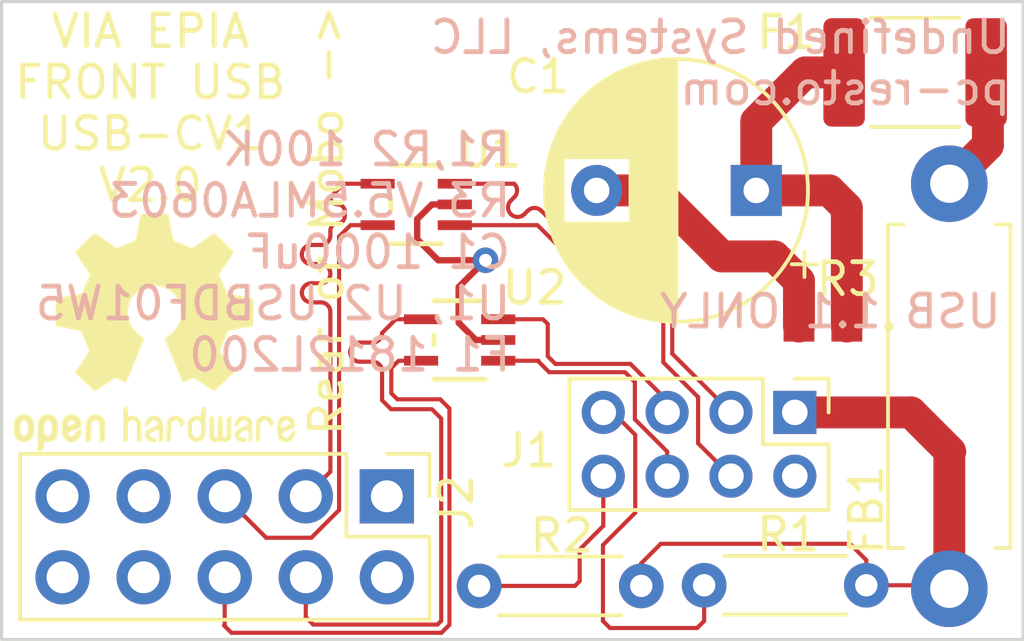
<source format=kicad_pcb>
(kicad_pcb (version 20221018) (generator pcbnew)
  (layers (0 "F.Cu" signal) (1 "In1.Cu" power "GND") (2 "In2.Cu" power "VBUS") (31 "B.Cu" signal) (34 "B.Paste" user) (35 "F.Paste" user) (36 "B.SilkS" user "B.Silkscreen") (37 "F.SilkS" user "F.Silkscreen") (38 "B.Mask" user) (39 "F.Mask" user) (44 "Edge.Cuts" user))
  (net 0 "")
  (net 1 "GND")
  (net 2 "Net-(F1-Pad2)")
  (net 3 "+5V")
  (net 4 "/D2- IN")
  (net 5 "/D2+ IN")
  (net 6 "/D3- IN")
  (net 7 "/D3+ IN")
  (net 8 "/OC2")
  (net 9 "/OC3")
  (net 10 "/D2- OUT")
  (net 11 "/D3- OUT")
  (net 12 "/D2+ OUT")
  (net 13 "/D3+ OUT")
  (net 16 "/VBUS")
  (footprint "varistor:VRES_MLA-0603_LTF" (layer "F.Cu") (at 135.73 80.19 180)
    (fp_text reference "R3" (at -0.77 1.49 unlocked) (layer "F.SilkS"))
    (fp_text value "V5.5MLA0603NH" hide)
    (pad "1" smd rect (at -0.7493 0 180) (size 0.9652 0.9398) (layers "F.Cu" "F.Paste" "F.Mask") (net 16 "/VBUS"))
    (pad "2" smd rect (at 0.7493 0 180) (size 0.9652 0.9398) (layers "F.Cu" "F.Paste" "F.Mask") (net 1 "GND"))
  )
  (footprint "Connector_PinHeader_2.54mm:PinHeader_2x05_P2.54mm_Vertical" (layer "F.Cu") (at 122.07 85.51 -90)
    (fp_text reference "J2" (at 0.19 -2.17 90) (layer "F.SilkS"))
    (fp_text value "FRONT PANEL" hide)
    (pad "1" thru_hole rect (at 0 0 270) (size 1.7 1.7) (drill 1) (layers "*.Cu" "*.Mask") (net 16 "/VBUS"))
    (pad "2" thru_hole oval (at 2.54 0 270) (size 1.7 1.7) (drill 1) (layers "*.Cu" "*.Mask") (net 16 "/VBUS"))
    (pad "3" thru_hole oval (at 0 2.54 270) (size 1.7 1.7) (drill 1) (layers "*.Cu" "*.Mask") (net 10 "/D2- OUT"))
    (pad "4" thru_hole oval (at 2.54 2.54 270) (size 1.7 1.7) (drill 1) (layers "*.Cu" "*.Mask") (net 11 "/D3- OUT"))
    (pad "5" thru_hole oval (at 0 5.08 270) (size 1.7 1.7) (drill 1) (layers "*.Cu" "*.Mask") (net 12 "/D2+ OUT"))
    (pad "6" thru_hole oval (at 2.54 5.08 270) (size 1.7 1.7) (drill 1) (layers "*.Cu" "*.Mask") (net 13 "/D3+ OUT"))
    (pad "7" thru_hole oval (at 0 7.62 270) (size 1.7 1.7) (drill 1) (layers "*.Cu" "*.Mask") (net 1 "GND"))
    (pad "8" thru_hole oval (at 2.54 7.62 270) (size 1.7 1.7) (drill 1) (layers "*.Cu" "*.Mask") (net 1 "GND"))
    (pad "9" thru_hole oval (at 0 10.16 270) (size 1.7 1.7) (drill 1) (layers "*.Cu" "*.Mask"))
    (pad "10" thru_hole oval (at 2.54 10.16 270) (size 1.7 1.7) (drill 1) (layers "*.Cu" "*.Mask"))
  )
  (footprint "footprints:SOT323-5L_STM-M" (layer "F.Cu") (at 124.35 80.61 180)
    (fp_text reference "U2" (at -2.35 1.64 unlocked) (layer "F.SilkS"))
    (fp_text value "USBDF01W5" hide)
    (pad "1" smd rect (at -1.208451 -0.649999 180) (size 1.070699 0.3048) (layers "F.Cu" "F.Paste" "F.Mask") (net 7 "/D3+ IN"))
    (pad "2" smd rect (at -1.208451 0 180) (size 1.070699 0.3048) (layers "F.Cu" "F.Paste" "F.Mask") (net 1 "GND"))
    (pad "3" smd rect (at -1.208451 0.649999 180) (size 1.070699 0.3048) (layers "F.Cu" "F.Paste" "F.Mask") (net 6 "/D3- IN"))
    (pad "4" smd rect (at 1.208451 0.649999 180) (size 1.070699 0.3048) (layers "F.Cu" "F.Paste" "F.Mask") (net 11 "/D3- OUT"))
    (pad "5" smd rect (at 1.208451 -0.649999 180) (size 1.070699 0.3048) (layers "F.Cu" "F.Paste" "F.Mask") (net 13 "/D3+ OUT"))
  )
  (footprint "Resistor_THT:R_Axial_DIN0204_L3.6mm_D1.6mm_P5.08mm_Horizontal" (layer "F.Cu") (at 124.96 88.32)
    (fp_text reference "R2" (at 2.59 -1.57) (layer "F.SilkS"))
    (fp_text value "100K" hide)
    (pad "1" thru_hole circle (at 0 0) (size 1.4 1.4) (drill 0.7) (layers "*.Cu" "*.Mask") (net 9 "/OC3"))
    (pad "2" thru_hole oval (at 5.08 0) (size 1.4 1.4) (drill 0.7) (layers "*.Cu" "*.Mask") (net 3 "+5V"))
  )
  (footprint "Resistor_SMD:R_1812_4532Metric_Pad1.30x3.40mm_HandSolder" (layer "F.Cu") (at 138.62 72.22)
    (fp_text reference "F1" (at -4.05 -1.26) (layer "F.SilkS"))
    (fp_text value "2.5A" hide)
    (pad "1" smd roundrect (at -2.225 0) (size 1.3 3.4) (layers "F.Cu" "F.Paste" "F.Mask") (roundrect_rratio 0.1923076923) (net 16 "/VBUS"))
    (pad "2" smd roundrect (at 2.225 0) (size 1.3 3.4) (layers "F.Cu" "F.Paste" "F.Mask") (roundrect_rratio 0.1923076923) (net 2 "Net-(F1-Pad2)"))
  )
  (footprint "Symbol:OSHW-Logo2_9.8x8mm_SilkScreen" (layer "F.Cu") (at 114.79 80.37)
    (fp_text reference "REF**" hide)
    (fp_text value "OSHW-Logo2_9.8x8mm_SilkScreen" hide)
  )
  (footprint "Connector_PinHeader_2.00mm:PinHeader_2x04_P2.00mm_Vertical" (layer "F.Cu") (at 134.85 82.88 -90)
    (fp_text reference "J1" (at 1.2 8.33 -180) (layer "F.SilkS"))
    (fp_text value "Motherboard" hide)
    (pad "1" thru_hole rect (at 0 0 270) (size 1.35 1.35) (drill 0.8) (layers "*.Cu" "*.Mask") (net 3 "+5V"))
    (pad "2" thru_hole oval (at 2 0 270) (size 1.35 1.35) (drill 0.8) (layers "*.Cu" "*.Mask") (net 1 "GND"))
    (pad "3" thru_hole oval (at 0 2 270) (size 1.35 1.35) (drill 0.8) (layers "*.Cu" "*.Mask") (net 4 "/D2- IN"))
    (pad "4" thru_hole oval (at 2 2 270) (size 1.35 1.35) (drill 0.8) (layers "*.Cu" "*.Mask") (net 5 "/D2+ IN"))
    (pad "5" thru_hole oval (at 0 4 270) (size 1.35 1.35) (drill 0.8) (layers "*.Cu" "*.Mask") (net 6 "/D3- IN"))
    (pad "6" thru_hole oval (at 2 4 270) (size 1.35 1.35) (drill 0.8) (layers "*.Cu" "*.Mask") (net 7 "/D3+ IN"))
    (pad "7" thru_hole oval (at 0 6 270) (size 1.35 1.35) (drill 0.8) (layers "*.Cu" "*.Mask") (net 8 "/OC2"))
    (pad "8" thru_hole oval (at 2 6 270) (size 1.35 1.35) (drill 0.8) (layers "*.Cu" "*.Mask") (net 9 "/OC3"))
  )
  (footprint "Capacitor_THT:CP_Radial_D8.0mm_P5.00mm" (layer "F.Cu") (at 133.642651 75.92 180)
    (fp_text reference "C1" (at 6.832651 3.57) (layer "F.SilkS"))
    (fp_text value "1000uF" hide)
    (pad "1" thru_hole rect (at 0 0 180) (size 1.6 1.6) (drill 0.8) (layers "*.Cu" "*.Mask") (net 16 "/VBUS"))
    (pad "2" thru_hole circle (at 5 0 180) (size 1.6 1.6) (drill 0.8) (layers "*.Cu" "*.Mask") (net 1 "GND"))
  )
  (footprint "footprints:SOT323-5L_STM-M" (layer "F.Cu") (at 122.99 76.36 180)
    (fp_text reference "U1" (at -2.3 1.68 unlocked) (layer "F.SilkS"))
    (fp_text value "USBDF01W5" hide)
    (pad "1" smd rect (at -1.208451 -0.649999 180) (size 1.070699 0.3048) (layers "F.Cu" "F.Paste" "F.Mask") (net 5 "/D2+ IN"))
    (pad "2" smd rect (at -1.208451 0 180) (size 1.070699 0.3048) (layers "F.Cu" "F.Paste" "F.Mask") (net 1 "GND"))
    (pad "3" smd rect (at -1.208451 0.649999 180) (size 1.070699 0.3048) (layers "F.Cu" "F.Paste" "F.Mask") (net 4 "/D2- IN"))
    (pad "4" smd rect (at 1.208451 0.649999 180) (size 1.070699 0.3048) (layers "F.Cu" "F.Paste" "F.Mask") (net 10 "/D2- OUT"))
    (pad "5" smd rect (at 1.208451 -0.649999 180) (size 1.070699 0.3048) (layers "F.Cu" "F.Paste" "F.Mask") (net 12 "/D2+ OUT"))
  )
  (footprint "Resistor_THT:R_Axial_DIN0204_L3.6mm_D1.6mm_P5.08mm_Horizontal" (layer "F.Cu") (at 137.09 88.3 180)
    (fp_text reference "R1" (at 2.45 1.59) (layer "F.SilkS"))
    (fp_text value "100K" hide)
    (pad "1" thru_hole circle (at 0 0 180) (size 1.4 1.4) (drill 0.7) (layers "*.Cu" "*.Mask") (net 3 "+5V"))
    (pad "2" thru_hole oval (at 5.08 0 180) (size 1.4 1.4) (drill 0.7) (layers "*.Cu" "*.Mask") (net 8 "/OC2"))
  )
  (footprint "Resistor_THT:R_Axial_DIN0411_L9.9mm_D3.6mm_P12.70mm_Horizontal" (layer "F.Cu") (at 139.69 88.41 90)
    (fp_text reference "FB1" (at 2.47 -2.59 90) (layer "F.SilkS"))
    (fp_text value "~" hide)
    (pad "1" thru_hole circle (at 0 0 90) (size 2.4 2.4) (drill 1.2) (layers "*.Cu" "*.Mask") (net 3 "+5V"))
    (pad "2" thru_hole oval (at 12.7 0 90) (size 2.4 2.4) (drill 1.2) (layers "*.Cu" "*.Mask") (net 2 "Net-(F1-Pad2)"))
  )
  (gr_rect (start 110 70) (end 142 90) (stroke (width 0.1)) (fill none) (layer "Edge.Cuts"))
  (gr_text "R1,R2 100K\nR3 V5.5MLA0603\nC1 1000uF\nU1, U2 USBDF01W5\nF1 1812L200" (at 126.03 81.66) (layer "B.SilkS") (effects (font (size 1 1)) (justify left bottom mirror)))
  (gr_text "Undefined Systems, LLC\npc-resto.com" (at 141.69 73.31) (layer "B.SilkS") (effects (font (size 1 1)) (justify left bottom mirror)))
  (gr_text "USB 1.1 ONLY" (at 141.4 80.3) (layer "B.SilkS") (effects (font (size 1 1)) (justify left bottom mirror)))
  (gr_text "Rear of Mobo ->" (at 120.77 83.69 90) (layer "F.SilkS") (effects (font (size 1 1)) (justify left bottom)))
  (gr_text "VIA EPIA\nFRONT USB\nUSB-CV1\nV2.0" (at 114.66 76.34) (layer "F.SilkS") (effects (font (size 1 1)) (justify bottom)))
  (segment (start 124.86 80.61) (end 125.558451 80.61) (width 0.2) (layer "F.Cu") (net 1))
  (segment (start 134.9807 80.19) (end 134.9807 78.7607) (width 1) (layer "F.Cu") (net 1))
  (segment (start 124.32 78.95) (end 124.32 80.07) (width 0.2) (layer "F.Cu") (net 1))
  (segment (start 123.48 76.36) (end 124.198451 76.36) (width 0.2) (layer "F.Cu") (net 1))
  (segment (start 123.68 78.11) (end 123.02 77.45) (width 0.2) (layer "F.Cu") (net 1))
  (segment (start 130.48 75.91) (end 130.47 75.92) (width 0.25) (layer "F.Cu") (net 1))
  (segment (start 125.16 78.11) (end 124.32 78.95) (width 0.2) (layer "F.Cu") (net 1))
  (segment (start 134.21 77.99) (end 132.56 77.99) (width 1) (layer "F.Cu") (net 1))
  (segment (start 123.02 76.82) (end 123.48 76.36) (width 0.2) (layer "F.Cu") (net 1))
  (segment (start 132.56 77.99) (end 130.48 75.91) (width 1) (layer "F.Cu") (net 1))
  (segment (start 130.47 75.92) (end 128.642651 75.92) (width 1) (layer "F.Cu") (net 1))
  (segment (start 125.16 78.11) (end 123.68 78.11) (width 0.2) (layer "F.Cu") (net 1))
  (segment (start 134.9807 78.7607) (end 134.21 77.99) (width 1) (layer "F.Cu") (net 1))
  (segment (start 125.528451 80.64) (end 125.558451 80.61) (width 0.13) (layer "F.Cu") (net 1))
  (segment (start 124.32 80.07) (end 124.86 80.61) (width 0.2) (layer "F.Cu") (net 1))
  (segment (start 123.02 77.45) (end 123.02 76.82) (width 0.2) (layer "F.Cu") (net 1))
  (via (at 125.16 78.11) (size 0.8) (drill 0.4) (layers "F.Cu" "B.Cu") (net 1))
  (segment (start 140.9 74.5) (end 140.9 72.275) (width 1) (layer "F.Cu") (net 2))
  (segment (start 139.69 75.71) (end 139.69 74.88) (width 0.25) (layer "F.Cu") (net 2))
  (segment (start 139.69 75.71) (end 140.9 74.5) (width 1) (layer "F.Cu") (net 2))
  (segment (start 140.9 72.275) (end 140.845 72.22) (width 0.25) (layer "F.Cu") (net 2))
  (segment (start 136.58 87) (end 137.09 87.51) (width 0.13) (layer "F.Cu") (net 3))
  (segment (start 134.85 82.88) (end 138.49 82.88) (width 1) (layer "F.Cu") (net 3))
  (segment (start 136.58 87) (end 130.65 87) (width 0.13) (layer "F.Cu") (net 3))
  (segment (start 137.09 88.3) (end 139.58 88.3) (width 0.13) (layer "F.Cu") (net 3))
  (segment (start 139.58 88.3) (end 139.69 88.41) (width 0.13) (layer "F.Cu") (net 3))
  (segment (start 139.69 84.14) (end 139.69 88.41) (width 1) (layer "F.Cu") (net 3))
  (segment (start 130.65 87) (end 130.04 87.61) (width 0.13) (layer "F.Cu") (net 3))
  (segment (start 130.04 88.32) (end 130.04 87.61) (width 0.13) (layer "F.Cu") (net 3))
  (segment (start 139.72 84.11) (end 139.69 84.14) (width 0.25) (layer "F.Cu") (net 3))
  (segment (start 138.49 82.88) (end 139.72 84.11) (width 1) (layer "F.Cu") (net 3))
  (segment (start 137.09 87.51) (end 137.09 88.3) (width 0.13) (layer "F.Cu") (net 3))
  (segment (start 126.060001 76.134265) (end 125.953934 76.240331) (width 0.13) (layer "F.Cu") (net 4))
  (segment (start 129.87 77.5) (end 131.01 78.64) (width 0.13) (layer "F.Cu") (net 4))
  (segment (start 127.85 77.5) (end 129.87 77.5) (width 0.13) (layer "F.Cu") (net 4))
  (segment (start 131.01 81.04) (end 132.85 82.88) (width 0.13) (layer "F.Cu") (net 4))
  (segment (start 126.908529 76.558529) (end 126.908528 76.558528) (width 0.13) (layer "F.Cu") (net 4))
  (segment (start 131.01 78.64) (end 131.01 81.04) (width 0.13) (layer "F.Cu") (net 4))
  (segment (start 126.378198 76.664595) (end 126.484264 76.558528) (width 0.13) (layer "F.Cu") (net 4))
  (segment (start 126.908528 76.558528) (end 127.85 77.5) (width 0.13) (layer "F.Cu") (net 4))
  (segment (start 126.06 76.134266) (end 126.060001 76.134265) (width 0.13) (layer "F.Cu") (net 4))
  (segment (start 126.378199 76.664594) (end 126.378198 76.664595) (width 0.13) (layer "F.Cu") (net 4))
  (segment (start 125.953935 76.664596) (end 125.953934 76.664595) (width 0.13) (layer "F.Cu") (net 4))
  (segment (start 124.198451 75.710001) (end 126.060001 75.710001) (width 0.13) (layer "F.Cu") (net 4))
  (arc (start 126.484264 76.558528) (mid 126.696397 76.47066) (end 126.908529 76.558529) (width 0.13) (layer "F.Cu") (net 4))
  (arc (start 125.953934 76.240331) (mid 125.866066 76.452464) (end 125.953935 76.664596) (width 0.13) (layer "F.Cu") (net 4))
  (arc (start 125.953934 76.664595) (mid 126.166067 76.752463) (end 126.378199 76.664594) (width 0.13) (layer "F.Cu") (net 4))
  (arc (start 126.060001 75.710001) (mid 126.147869 75.922134) (end 126.06 76.134266) (width 0.13) (layer "F.Cu") (net 4))
  (segment (start 127.538 77.758) (end 126.789999 77.009999) (width 0.13) (layer "F.Cu") (net 5))
  (segment (start 129.658 77.758) (end 127.538 77.758) (width 0.13) (layer "F.Cu") (net 5))
  (segment (start 131.82 82.4) (end 130.73 81.31) (width 0.13) (layer "F.Cu") (net 5))
  (segment (start 131.82 83.85) (end 131.82 82.4) (width 0.13) (layer "F.Cu") (net 5))
  (segment (start 126.789999 77.009999) (end 124.198451 77.009999) (width 0.13) (layer "F.Cu") (net 5))
  (segment (start 130.73 81.31) (end 130.73 78.83) (width 0.13) (layer "F.Cu") (net 5))
  (segment (start 130.73 78.83) (end 129.658 77.758) (width 0.13) (layer "F.Cu") (net 5))
  (segment (start 132.85 84.88) (end 131.82 83.85) (width 0.13) (layer "F.Cu") (net 5))
  (segment (start 127.11 80.11) (end 126.96 79.96) (width 0.13) (layer "F.Cu") (net 6))
  (segment (start 127.11 81.12) (end 127.11 80.11) (width 0.13) (layer "F.Cu") (net 6))
  (segment (start 129.7 81.36) (end 127.35 81.36) (width 0.13) (layer "F.Cu") (net 6))
  (segment (start 130.85 82.88) (end 130.85 82.51) (width 0.13) (layer "F.Cu") (net 6))
  (segment (start 127.35 81.36) (end 127.11 81.12) (width 0.13) (layer "F.Cu") (net 6))
  (segment (start 126.96 79.96) (end 125.558451 79.960001) (width 0.13) (layer "F.Cu") (net 6))
  (segment (start 130.85 82.51) (end 129.7 81.36) (width 0.13) (layer "F.Cu") (net 6))
  (segment (start 129.84 81.93) (end 129.53 81.62) (width 0.13) (layer "F.Cu") (net 7))
  (segment (start 130.85 84.88) (end 130.85 84.107538) (width 0.13) (layer "F.Cu") (net 7))
  (segment (start 127.155133 81.62) (end 126.82 81.284867) (width 0.13) (layer "F.Cu") (net 7))
  (segment (start 129.53 81.62) (end 127.155133 81.62) (width 0.13) (layer "F.Cu") (net 7))
  (segment (start 129.84 83.097538) (end 129.84 81.93) (width 0.13) (layer "F.Cu") (net 7))
  (segment (start 130.85 84.107538) (end 129.84 83.097538) (width 0.13) (layer "F.Cu") (net 7))
  (segment (start 126.82 81.284867) (end 126.82 81.26) (width 0.13) (layer "F.Cu") (net 7))
  (segment (start 126.82 81.26) (end 125.558451 81.259999) (width 0.13) (layer "F.Cu") (net 7))
  (segment (start 128.84 87.04) (end 128.84 89.42) (width 0.13) (layer "F.Cu") (net 8))
  (segment (start 128.84 89.42) (end 129.06 89.64) (width 0.13) (layer "F.Cu") (net 8))
  (segment (start 129.06 89.64) (end 131.79 89.64) (width 0.13) (layer "F.Cu") (net 8))
  (segment (start 132.01 89.42) (end 132.01 88.3) (width 0.13) (layer "F.Cu") (net 8))
  (segment (start 128.85 82.88) (end 129.15 82.88) (width 0.25) (layer "F.Cu") (net 8))
  (segment (start 129.85 83.58) (end 129.85 86.03) (width 0.13) (layer "F.Cu") (net 8))
  (segment (start 131.79 89.64) (end 132.01 89.42) (width 0.13) (layer "F.Cu") (net 8))
  (segment (start 129.85 86.03) (end 128.84 87.04) (width 0.13) (layer "F.Cu") (net 8))
  (segment (start 129.15 82.88) (end 129.85 83.58) (width 0.13) (layer "F.Cu") (net 8))
  (segment (start 128.11 88.17) (end 127.96 88.32) (width 0.13) (layer "F.Cu") (net 9))
  (segment (start 128.85 84.88) (end 128.85 86.44) (width 0.13) (layer "F.Cu") (net 9))
  (segment (start 128.11 87.18) (end 128.11 88.17) (width 0.13) (layer "F.Cu") (net 9))
  (segment (start 127.96 88.32) (end 124.96 88.32) (width 0.13) (layer "F.Cu") (net 9))
  (segment (start 128.85 86.44) (end 128.11 87.18) (width 0.13) (layer "F.Cu") (net 9))
  (segment (start 121.781549 75.710001) (end 120.719999 75.710001) (width 0.13) (layer "F.Cu") (net 10))
  (segment (start 119.707025 79.43) (end 120 79.43) (width 0.13) (layer "F.Cu") (net 10))
  (segment (start 120.719999 75.710001) (end 120.3 76.13) (width 0.13) (layer "F.Cu") (net 10))
  (segment (start 120.3 79.73) (end 120.3 79.790692) (width 0.13) (layer "F.Cu") (net 10))
  (segment (start 120 77.63) (end 119.707025 77.63) (width 0.13) (layer "F.Cu") (net 10))
  (segment (start 120.3 84.74) (end 119.53 85.51) (width 0.13) (layer "F.Cu") (net 10))
  (segment (start 119.707025 78.23) (end 120 78.23) (width 0.13) (layer "F.Cu") (net 10))
  (segment (start 120.3 79.790692) (end 120.3 84.74) (width 0.13) (layer "F.Cu") (net 10))
  (segment (start 120 78.83) (end 119.707025 78.83) (width 0.13) (layer "F.Cu") (net 10))
  (segment (start 120.3 77.18) (end 120.3 77.33) (width 0.13) (layer "F.Cu") (net 10))
  (segment (start 120.75 76.58) (end 120.75 76.73) (width 0.13) (layer "F.Cu") (net 10))
  (arc (start 120 79.43) (mid 120.212132 79.517868) (end 120.3 79.73) (width 0.13) (layer "F.Cu") (net 10))
  (arc (start 120.3 76.13) (mid 120.365901 76.289099) (end 120.525 76.355) (width 0.13) (layer "F.Cu") (net 10))
  (arc (start 120.3 77.33) (mid 120.212132 77.542132) (end 120 77.63) (width 0.13) (layer "F.Cu") (net 10))
  (arc (start 119.707025 77.63) (mid 119.494893 77.717868) (end 119.407025 77.93) (width 0.13) (layer "F.Cu") (net 10))
  (arc (start 119.707025 78.83) (mid 119.494893 78.917868) (end 119.407025 79.13) (width 0.13) (layer "F.Cu") (net 10))
  (arc (start 120 78.23) (mid 120.212132 78.317868) (end 120.3 78.53) (width 0.13) (layer "F.Cu") (net 10))
  (arc (start 120.525 76.355) (mid 120.684099 76.420901) (end 120.75 76.58) (width 0.13) (layer "F.Cu") (net 10))
  (arc (start 119.407025 79.13) (mid 119.494893 79.342132) (end 119.707025 79.43) (width 0.13) (layer "F.Cu") (net 10))
  (arc (start 120.525 76.955) (mid 120.365901 77.020901) (end 120.3 77.18) (width 0.13) (layer "F.Cu") (net 10))
  (arc (start 119.407025 77.93) (mid 119.494893 78.142132) (end 119.707025 78.23) (width 0.13) (layer "F.Cu") (net 10))
  (arc (start 120.3 78.53) (mid 120.212132 78.742132) (end 120 78.83) (width 0.13) (layer "F.Cu") (net 10))
  (arc (start 120.75 76.73) (mid 120.684099 76.889099) (end 120.525 76.955) (width 0.13) (layer "F.Cu") (net 10))
  (segment (start 121.22 80.69) (end 121.62 80.69) (width 0.13) (layer "F.Cu") (net 11))
  (segment (start 123.772 83.072) (end 123.48 82.78) (width 0.13) (layer "F.Cu") (net 11))
  (segment (start 121.92 80.39) (end 122.349999 79.960001) (width 0.13) (layer "F.Cu") (net 11))
  (segment (start 122.349999 79.960001) (end 123.141549 79.960001) (width 0.13) (layer "F.Cu") (net 11))
  (segment (start 121.62 81.29) (end 121.22 81.29) (width 0.13) (layer "F.Cu") (net 11))
  (segment (start 123.48 82.78) (end 122.2 82.78) (width 0.13) (layer "F.Cu") (net 11))
  (segment (start 119.53 89.3) (end 119.762 89.532) (width 0.13) (layer "F.Cu") (net 11))
  (segment (start 122.2 82.78) (end 121.92 82.5) (width 0.13) (layer "F.Cu") (net 11))
  (segment (start 121.92 82.5) (end 121.92 81.59) (width 0.13) (layer "F.Cu") (net 11))
  (segment (start 119.762 89.532) (end 123.658 89.532) (width 0.13) (layer "F.Cu") (net 11))
  (segment (start 123.658 89.532) (end 123.772 89.418) (width 0.13) (layer "F.Cu") (net 11))
  (segment (start 119.53 88.05) (end 119.53 89.3) (width 0.13) (layer "F.Cu") (net 11))
  (segment (start 123.772 89.418) (end 123.772 83.072) (width 0.13) (layer "F.Cu") (net 11))
  (arc (start 120.92 80.99) (mid 121.007868 80.777868) (end 121.22 80.69) (width 0.13) (layer "F.Cu") (net 11))
  (arc (start 121.62 80.69) (mid 121.832132 80.602132) (end 121.92 80.39) (width 0.13) (layer "F.Cu") (net 11))
  (arc (start 121.22 81.29) (mid 121.007868 81.202132) (end 120.92 80.99) (width 0.13) (layer "F.Cu") (net 11))
  (arc (start 121.92 81.59) (mid 121.832132 81.377868) (end 121.62 81.29) (width 0.13) (layer "F.Cu") (net 11))
  (segment (start 121.781549 77.009999) (end 120.930001 77.009999) (width 0.13) (layer "F.Cu") (net 12))
  (segment (start 120.573 85.942025) (end 119.705025 86.81) (width 0.13) (layer "F.Cu") (net 12))
  (segment (start 120.930001 77.009999) (end 120.573 77.367) (width 0.13) (layer "F.Cu") (net 12))
  (segment (start 119.705025 86.81) (end 118.29 86.81) (width 0.13) (layer "F.Cu") (net 12))
  (segment (start 118.29 86.81) (end 116.99 85.51) (width 0.13) (layer "F.Cu") (net 12))
  (segment (start 120.573 77.367) (end 120.573 85.942025) (width 0.13) (layer "F.Cu") (net 12))
  (segment (start 116.97 89.56) (end 116.99 89.54) (width 0.13) (layer "F.Cu") (net 13))
  (segment (start 123.141549 81.259999) (end 122.440001 81.259999) (width 0.13) (layer "F.Cu") (net 13))
  (segment (start 122.21 82.28) (end 122.4 82.47) (width 0.13) (layer "F.Cu") (net 13))
  (segment (start 124.03 82.76) (end 124.03 89.54) (width 0.13) (layer "F.Cu") (net 13))
  (segment (start 122.21 81.49) (end 122.21 82.28) (width 0.13) (layer "F.Cu") (net 13))
  (segment (start 122.4 82.47) (end 123.74 82.47) (width 0.13) (layer "F.Cu") (net 13))
  (segment (start 124.03 89.54) (end 123.78 89.79) (width 0.13) (layer "F.Cu") (net 13))
  (segment (start 123.78 89.79) (end 117.2 89.79) (width 0.13) (layer "F.Cu") (net 13))
  (segment (start 123.74 82.47) (end 124.03 82.76) (width 0.13) (layer "F.Cu") (net 13))
  (segment (start 117.2 89.79) (end 116.97 89.56) (width 0.13) (layer "F.Cu") (net 13))
  (segment (start 116.99 89.54) (end 116.99 88.05) (width 0.13) (layer "F.Cu") (net 13))
  (segment (start 122.440001 81.259999) (end 122.21 81.49) (width 0.13) (layer "F.Cu") (net 13))
  (segment (start 133.642651 75.92) (end 133.642651 73.757349) (width 1) (layer "F.Cu") (net 16))
  (segment (start 133.642651 73.757349) (end 135.18 72.22) (width 1) (layer "F.Cu") (net 16))
  (segment (start 136.4793 80.19) (end 136.4793 76.4693) (width 1) (layer "F.Cu") (net 16))
  (segment (start 135.93 75.92) (end 133.642651 75.92) (width 1) (layer "F.Cu") (net 16))
  (segment (start 136.4793 76.4693) (end 135.93 75.92) (width 1) (layer "F.Cu") (net 16))
  (segment (start 135.18 72.22) (end 136.395 72.22) (width 1) (layer "F.Cu") (net 16))
)
</source>
